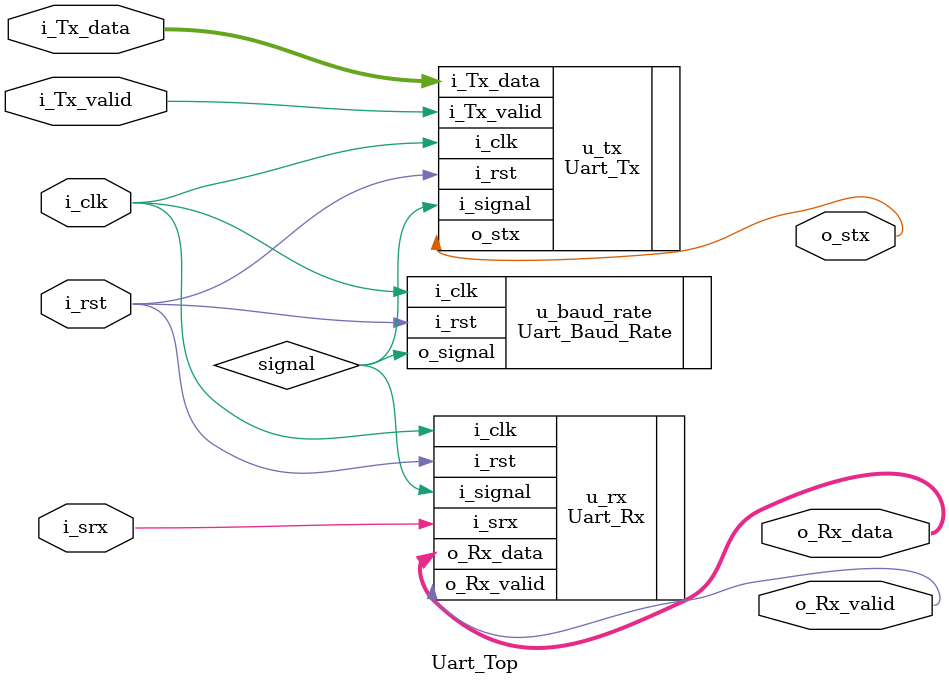
<source format=v>
`include "Uart_Baud_Rate.v"
`include "Uart_Rx.v"
`include "Uart_Tx.v"

module Uart_Top (
    input           i_clk,
    input           i_rst,
    //=== RX ===
    input           i_srx,
    output          o_Rx_valid,
    output [7:0]    o_Rx_data,
    //=== TX ===
    output          o_stx,
    input           i_Tx_valid,
    input [7:0]     i_Tx_data
);

parameter Mhz = 125;
parameter Baud_Rate = 115200;
wire signal;

Uart_Baud_Rate #(
    .Mhz(Mhz),
    .Baud_Rate(Baud_Rate)
) u_baud_rate (
    .i_clk(i_clk),
    .i_rst(i_rst),

    .o_signal(signal)
);

Uart_Rx u_rx(
    .i_clk(i_clk),
    .i_rst(i_rst),
    .i_signal(signal),
    .i_srx(i_srx),

    .o_Rx_valid(o_Rx_valid),
    .o_Rx_data(o_Rx_data)
);

Uart_Tx u_tx(
    .i_clk(i_clk),
    .i_rst(i_rst),
    .i_signal(signal),
    .i_Tx_valid(i_Tx_valid),
    .i_Tx_data(i_Tx_data),

    .o_stx(o_stx)
);

endmodule
</source>
